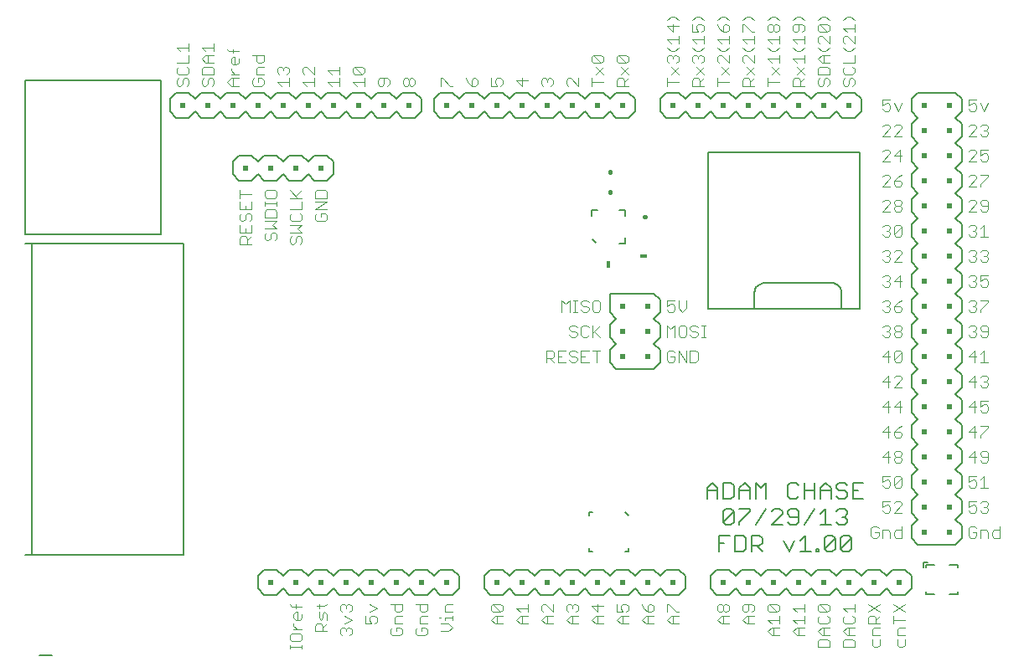
<source format=gto>
G75*
G70*
%OFA0B0*%
%FSLAX24Y24*%
%IPPOS*%
%LPD*%
%AMOC8*
5,1,8,0,0,1.08239X$1,22.5*
%
%ADD10C,0.0060*%
%ADD11C,0.0050*%
%ADD12C,0.0040*%
%ADD13R,0.0200X0.0200*%
%ADD14C,0.0030*%
%ADD15C,0.0080*%
%ADD16R,0.0160X0.0280*%
%ADD17R,0.0280X0.0160*%
%ADD18C,0.0160*%
D10*
X029232Y006430D02*
X029232Y006857D01*
X029446Y007071D01*
X029659Y006857D01*
X029659Y006430D01*
X029877Y006430D02*
X030197Y006430D01*
X030304Y006537D01*
X030304Y006964D01*
X030197Y007071D01*
X029877Y007071D01*
X029877Y006430D01*
X029984Y006021D02*
X030197Y006021D01*
X030304Y005914D01*
X029877Y005487D01*
X029984Y005380D01*
X030197Y005380D01*
X030304Y005487D01*
X030304Y005914D01*
X030521Y006021D02*
X030948Y006021D01*
X030948Y005914D01*
X030521Y005487D01*
X030521Y005380D01*
X030680Y004971D02*
X030360Y004971D01*
X030360Y004330D01*
X030680Y004330D01*
X030787Y004437D01*
X030787Y004864D01*
X030680Y004971D01*
X031005Y004971D02*
X031325Y004971D01*
X031432Y004864D01*
X031432Y004650D01*
X031325Y004544D01*
X031005Y004544D01*
X031218Y004544D02*
X031432Y004330D01*
X031005Y004330D02*
X031005Y004971D01*
X031166Y005380D02*
X031593Y006021D01*
X031810Y005914D02*
X031917Y006021D01*
X032131Y006021D01*
X032237Y005914D01*
X032237Y005807D01*
X031810Y005380D01*
X032237Y005380D01*
X032455Y005487D02*
X032562Y005380D01*
X032775Y005380D01*
X032882Y005487D01*
X032882Y005914D01*
X032775Y006021D01*
X032562Y006021D01*
X032455Y005914D01*
X032455Y005807D01*
X032562Y005700D01*
X032882Y005700D01*
X033100Y005380D02*
X033527Y006021D01*
X033744Y005807D02*
X033958Y006021D01*
X033958Y005380D01*
X034171Y005380D02*
X033744Y005380D01*
X034012Y004971D02*
X034226Y004971D01*
X034332Y004864D01*
X033905Y004437D01*
X034012Y004330D01*
X034226Y004330D01*
X034332Y004437D01*
X034332Y004864D01*
X034550Y004864D02*
X034657Y004971D01*
X034870Y004971D01*
X034977Y004864D01*
X034550Y004437D01*
X034657Y004330D01*
X034870Y004330D01*
X034977Y004437D01*
X034977Y004864D01*
X034550Y004864D02*
X034550Y004437D01*
X033905Y004437D02*
X033905Y004864D01*
X034012Y004971D01*
X034495Y005380D02*
X034389Y005487D01*
X034495Y005380D02*
X034709Y005380D01*
X034816Y005487D01*
X034816Y005594D01*
X034709Y005700D01*
X034602Y005700D01*
X034709Y005700D02*
X034816Y005807D01*
X034816Y005914D01*
X034709Y006021D01*
X034495Y006021D01*
X034389Y005914D01*
X034495Y006430D02*
X034389Y006537D01*
X034495Y006430D02*
X034709Y006430D01*
X034816Y006537D01*
X034816Y006644D01*
X034709Y006750D01*
X034495Y006750D01*
X034389Y006857D01*
X034389Y006964D01*
X034495Y007071D01*
X034709Y007071D01*
X034816Y006964D01*
X035033Y007071D02*
X035033Y006430D01*
X035460Y006430D01*
X035247Y006750D02*
X035033Y006750D01*
X035033Y007071D02*
X035460Y007071D01*
X034171Y006857D02*
X034171Y006430D01*
X033744Y006430D02*
X033744Y006857D01*
X033958Y007071D01*
X034171Y006857D01*
X034171Y006750D02*
X033744Y006750D01*
X033527Y006750D02*
X033100Y006750D01*
X032882Y006537D02*
X032775Y006430D01*
X032562Y006430D01*
X032455Y006537D01*
X032455Y006964D01*
X032562Y007071D01*
X032775Y007071D01*
X032882Y006964D01*
X033100Y007071D02*
X033100Y006430D01*
X033527Y006430D02*
X033527Y007071D01*
X031593Y007071D02*
X031593Y006430D01*
X031166Y006430D02*
X031166Y007071D01*
X031379Y006857D01*
X031593Y007071D01*
X030948Y006857D02*
X030948Y006430D01*
X030521Y006430D02*
X030521Y006857D01*
X030735Y007071D01*
X030948Y006857D01*
X030948Y006750D02*
X030521Y006750D01*
X029659Y006750D02*
X029232Y006750D01*
X029984Y006021D02*
X029877Y005914D01*
X029877Y005487D01*
X029716Y004971D02*
X030143Y004971D01*
X029716Y004971D02*
X029716Y004330D01*
X029716Y004650D02*
X029929Y004650D01*
X032294Y004757D02*
X032507Y004330D01*
X032721Y004757D01*
X032938Y004757D02*
X033152Y004971D01*
X033152Y004330D01*
X033365Y004330D02*
X032938Y004330D01*
X033583Y004330D02*
X033690Y004330D01*
X033690Y004437D01*
X033583Y004437D01*
X033583Y004330D01*
D11*
X033625Y003600D02*
X034125Y003600D01*
X034375Y003350D01*
X034625Y003600D01*
X035125Y003600D01*
X035375Y003350D01*
X035625Y003600D01*
X036125Y003600D01*
X036375Y003350D01*
X036625Y003600D01*
X037125Y003600D01*
X037375Y003350D01*
X037375Y002850D01*
X037125Y002600D01*
X036625Y002600D01*
X036375Y002850D01*
X036125Y002600D01*
X035625Y002600D01*
X035375Y002850D01*
X035125Y002600D01*
X034625Y002600D01*
X034375Y002850D01*
X034125Y002600D01*
X033625Y002600D01*
X033375Y002850D01*
X033125Y002600D01*
X032625Y002600D01*
X032375Y002850D01*
X032125Y002600D01*
X031625Y002600D01*
X031375Y002850D01*
X031125Y002600D01*
X030625Y002600D01*
X030375Y002850D01*
X030125Y002600D01*
X029625Y002600D01*
X029375Y002850D01*
X029375Y003350D01*
X029625Y003600D01*
X030125Y003600D01*
X030375Y003350D01*
X030625Y003600D01*
X031125Y003600D01*
X031375Y003350D01*
X031625Y003600D01*
X032125Y003600D01*
X032375Y003350D01*
X032625Y003600D01*
X033125Y003600D01*
X033375Y003350D01*
X033625Y003600D01*
X037375Y004850D02*
X037625Y004600D01*
X039125Y004600D01*
X039375Y004850D01*
X039375Y005350D01*
X039125Y005600D01*
X039375Y005850D01*
X039375Y006350D01*
X039125Y006600D01*
X039375Y006850D01*
X039375Y007350D01*
X039125Y007600D01*
X039375Y007850D01*
X039375Y008350D01*
X039125Y008600D01*
X039375Y008850D01*
X039375Y009350D01*
X039125Y009600D01*
X039375Y009850D01*
X039375Y010350D01*
X039125Y010600D01*
X039375Y010850D01*
X039375Y011350D01*
X039125Y011600D01*
X039375Y011850D01*
X039375Y012350D01*
X039125Y012600D01*
X039375Y012850D01*
X039375Y013350D01*
X039125Y013600D01*
X039375Y013850D01*
X039375Y014350D01*
X039125Y014600D01*
X039375Y014850D01*
X039375Y015350D01*
X039125Y015600D01*
X039375Y015850D01*
X039375Y016350D01*
X039125Y016600D01*
X039375Y016850D01*
X039375Y017350D01*
X039125Y017600D01*
X039375Y017850D01*
X039375Y018350D01*
X039125Y018600D01*
X039375Y018850D01*
X039375Y019350D01*
X039125Y019600D01*
X039375Y019850D01*
X039375Y020350D01*
X039125Y020600D01*
X039375Y020850D01*
X039375Y021350D01*
X039125Y021600D01*
X039375Y021850D01*
X039375Y022350D01*
X039125Y022600D01*
X037625Y022600D01*
X037375Y022350D01*
X037375Y021850D01*
X037625Y021600D01*
X037375Y021350D01*
X037375Y020850D01*
X037625Y020600D01*
X037375Y020350D01*
X037375Y019850D01*
X037625Y019600D01*
X037375Y019350D01*
X037375Y018850D01*
X037625Y018600D01*
X037375Y018350D01*
X037375Y017850D01*
X037625Y017600D01*
X037375Y017350D01*
X037375Y016850D01*
X037625Y016600D01*
X037375Y016350D01*
X037375Y015850D01*
X037625Y015600D01*
X037375Y015350D01*
X037375Y014850D01*
X037625Y014600D01*
X037375Y014350D01*
X037375Y013850D01*
X037625Y013600D01*
X037375Y013350D01*
X037375Y012850D01*
X037625Y012600D01*
X037375Y012350D01*
X037375Y011850D01*
X037625Y011600D01*
X037375Y011350D01*
X037375Y010850D01*
X037625Y010600D01*
X037375Y010350D01*
X037375Y009850D01*
X037625Y009600D01*
X037375Y009350D01*
X037375Y008850D01*
X037625Y008600D01*
X037375Y008350D01*
X037375Y007850D01*
X037625Y007600D01*
X037375Y007350D01*
X037375Y006850D01*
X037625Y006600D01*
X037375Y006350D01*
X037375Y005850D01*
X037625Y005600D01*
X037375Y005350D01*
X037375Y004850D01*
X037847Y003889D02*
X038024Y003889D01*
X037945Y003791D02*
X037945Y003692D01*
X037847Y003692D02*
X037847Y003889D01*
X037945Y003791D02*
X038280Y003791D01*
X038870Y003791D02*
X039205Y003791D01*
X039205Y003692D01*
X039205Y002708D02*
X039205Y002609D01*
X038870Y002609D01*
X038280Y002609D02*
X037945Y002609D01*
X037945Y002708D01*
X028375Y002850D02*
X028125Y002600D01*
X027625Y002600D01*
X027375Y002850D01*
X027125Y002600D01*
X026625Y002600D01*
X026375Y002850D01*
X026125Y002600D01*
X025625Y002600D01*
X025375Y002850D01*
X025125Y002600D01*
X024625Y002600D01*
X024375Y002850D01*
X024125Y002600D01*
X023625Y002600D01*
X023375Y002850D01*
X023125Y002600D01*
X022625Y002600D01*
X022375Y002850D01*
X022125Y002600D01*
X021625Y002600D01*
X021375Y002850D01*
X021125Y002600D01*
X020625Y002600D01*
X020375Y002850D01*
X020375Y003350D01*
X020625Y003600D01*
X021125Y003600D01*
X021375Y003350D01*
X021625Y003600D01*
X022125Y003600D01*
X022375Y003350D01*
X022625Y003600D01*
X023125Y003600D01*
X023375Y003350D01*
X023625Y003600D01*
X024125Y003600D01*
X024375Y003350D01*
X024625Y003600D01*
X025125Y003600D01*
X025375Y003350D01*
X025625Y003600D01*
X026125Y003600D01*
X026375Y003350D01*
X026625Y003600D01*
X027125Y003600D01*
X027375Y003350D01*
X027625Y003600D01*
X028125Y003600D01*
X028375Y003350D01*
X028375Y002850D01*
X019375Y002850D02*
X019125Y002600D01*
X018625Y002600D01*
X018375Y002850D01*
X018125Y002600D01*
X017625Y002600D01*
X017375Y002850D01*
X017125Y002600D01*
X016625Y002600D01*
X016375Y002850D01*
X016125Y002600D01*
X015625Y002600D01*
X015375Y002850D01*
X015125Y002600D01*
X014625Y002600D01*
X014375Y002850D01*
X014125Y002600D01*
X013625Y002600D01*
X013375Y002850D01*
X013125Y002600D01*
X012625Y002600D01*
X012375Y002850D01*
X012125Y002600D01*
X011625Y002600D01*
X011375Y002850D01*
X011375Y003350D01*
X011625Y003600D01*
X012125Y003600D01*
X012375Y003350D01*
X012625Y003600D01*
X013125Y003600D01*
X013375Y003350D01*
X013625Y003600D01*
X014125Y003600D01*
X014375Y003350D01*
X014625Y003600D01*
X015125Y003600D01*
X015375Y003350D01*
X015625Y003600D01*
X016125Y003600D01*
X016375Y003350D01*
X016625Y003600D01*
X017125Y003600D01*
X017375Y003350D01*
X017625Y003600D01*
X018125Y003600D01*
X018375Y003350D01*
X018625Y003600D01*
X019125Y003600D01*
X019375Y003350D01*
X019375Y002850D01*
X008425Y004200D02*
X002125Y004200D01*
X002375Y004200D02*
X002375Y016600D01*
X002125Y016600D02*
X008425Y016600D01*
X008425Y004200D01*
X025375Y011850D02*
X025625Y011600D01*
X027125Y011600D01*
X027375Y011850D01*
X027375Y012350D01*
X027125Y012600D01*
X027375Y012850D01*
X027375Y013350D01*
X027125Y013600D01*
X027375Y013850D01*
X027375Y014350D01*
X027125Y014600D01*
X025375Y014600D01*
X025375Y013850D01*
X025625Y013600D01*
X025375Y013350D01*
X025375Y012850D01*
X025625Y012600D01*
X025375Y012350D01*
X025375Y011850D01*
X029276Y013993D02*
X029276Y020213D01*
X035300Y020213D01*
X035300Y013993D01*
X029276Y013993D01*
X031127Y013993D02*
X031127Y014623D01*
X031126Y014623D02*
X031128Y014662D01*
X031134Y014700D01*
X031143Y014737D01*
X031156Y014774D01*
X031173Y014809D01*
X031192Y014842D01*
X031215Y014873D01*
X031241Y014902D01*
X031270Y014928D01*
X031301Y014951D01*
X031334Y014970D01*
X031369Y014987D01*
X031406Y015000D01*
X031443Y015009D01*
X031481Y015015D01*
X031520Y015017D01*
X034197Y015017D01*
X034236Y015015D01*
X034274Y015009D01*
X034311Y015000D01*
X034348Y014987D01*
X034383Y014970D01*
X034416Y014951D01*
X034447Y014928D01*
X034476Y014902D01*
X034502Y014873D01*
X034525Y014842D01*
X034544Y014809D01*
X034561Y014774D01*
X034574Y014737D01*
X034583Y014700D01*
X034589Y014662D01*
X034591Y014623D01*
X034591Y013993D01*
X034625Y021600D02*
X034375Y021850D01*
X034125Y021600D01*
X033625Y021600D01*
X033375Y021850D01*
X033125Y021600D01*
X032625Y021600D01*
X032375Y021850D01*
X032125Y021600D01*
X031625Y021600D01*
X031375Y021850D01*
X031125Y021600D01*
X030625Y021600D01*
X030375Y021850D01*
X030125Y021600D01*
X029625Y021600D01*
X029375Y021850D01*
X029125Y021600D01*
X028625Y021600D01*
X028375Y021850D01*
X028125Y021600D01*
X027625Y021600D01*
X027375Y021850D01*
X027375Y022350D01*
X027625Y022600D01*
X028125Y022600D01*
X028375Y022350D01*
X028625Y022600D01*
X029125Y022600D01*
X029375Y022350D01*
X029625Y022600D01*
X030125Y022600D01*
X030375Y022350D01*
X030625Y022600D01*
X031125Y022600D01*
X031375Y022350D01*
X031625Y022600D01*
X032125Y022600D01*
X032375Y022350D01*
X032625Y022600D01*
X033125Y022600D01*
X033375Y022350D01*
X033625Y022600D01*
X034125Y022600D01*
X034375Y022350D01*
X034625Y022600D01*
X035125Y022600D01*
X035375Y022350D01*
X035375Y021850D01*
X035125Y021600D01*
X034625Y021600D01*
X026375Y021850D02*
X026125Y021600D01*
X025625Y021600D01*
X025375Y021850D01*
X025125Y021600D01*
X024625Y021600D01*
X024375Y021850D01*
X024125Y021600D01*
X023625Y021600D01*
X023375Y021850D01*
X023125Y021600D01*
X022625Y021600D01*
X022375Y021850D01*
X022125Y021600D01*
X021625Y021600D01*
X021375Y021850D01*
X021125Y021600D01*
X020625Y021600D01*
X020375Y021850D01*
X020125Y021600D01*
X019625Y021600D01*
X019375Y021850D01*
X019125Y021600D01*
X018625Y021600D01*
X018375Y021850D01*
X018375Y022350D01*
X018625Y022600D01*
X019125Y022600D01*
X019375Y022350D01*
X019625Y022600D01*
X020125Y022600D01*
X020375Y022350D01*
X020625Y022600D01*
X021125Y022600D01*
X021375Y022350D01*
X021625Y022600D01*
X022125Y022600D01*
X022375Y022350D01*
X022625Y022600D01*
X023125Y022600D01*
X023375Y022350D01*
X023625Y022600D01*
X024125Y022600D01*
X024375Y022350D01*
X024625Y022600D01*
X025125Y022600D01*
X025375Y022350D01*
X025625Y022600D01*
X026125Y022600D01*
X026375Y022350D01*
X026375Y021850D01*
X017875Y021850D02*
X017625Y021600D01*
X017125Y021600D01*
X016875Y021850D01*
X016625Y021600D01*
X016125Y021600D01*
X015875Y021850D01*
X015625Y021600D01*
X015125Y021600D01*
X014875Y021850D01*
X014625Y021600D01*
X014125Y021600D01*
X013875Y021850D01*
X013625Y021600D01*
X013125Y021600D01*
X012875Y021850D01*
X012625Y021600D01*
X012125Y021600D01*
X011875Y021850D01*
X011625Y021600D01*
X011125Y021600D01*
X010875Y021850D01*
X010625Y021600D01*
X010125Y021600D01*
X009875Y021850D01*
X009625Y021600D01*
X009125Y021600D01*
X008875Y021850D01*
X008625Y021600D01*
X008125Y021600D01*
X007875Y021850D01*
X007875Y022350D01*
X008125Y022600D01*
X008625Y022600D01*
X008875Y022350D01*
X009125Y022600D01*
X009625Y022600D01*
X009875Y022350D01*
X010125Y022600D01*
X010625Y022600D01*
X010875Y022350D01*
X011125Y022600D01*
X011625Y022600D01*
X011875Y022350D01*
X012125Y022600D01*
X012625Y022600D01*
X012875Y022350D01*
X013125Y022600D01*
X013625Y022600D01*
X013875Y022350D01*
X014125Y022600D01*
X014625Y022600D01*
X014875Y022350D01*
X015125Y022600D01*
X015625Y022600D01*
X015875Y022350D01*
X016125Y022600D01*
X016625Y022600D01*
X016875Y022350D01*
X017125Y022600D01*
X017625Y022600D01*
X017875Y022350D01*
X017875Y021850D01*
X014375Y019850D02*
X014125Y020100D01*
X013625Y020100D01*
X013375Y019850D01*
X013125Y020100D01*
X012625Y020100D01*
X012375Y019850D01*
X012125Y020100D01*
X011625Y020100D01*
X011375Y019850D01*
X011125Y020100D01*
X010625Y020100D01*
X010375Y019850D01*
X010375Y019350D01*
X010625Y019100D01*
X011125Y019100D01*
X011375Y019350D01*
X011625Y019100D01*
X012125Y019100D01*
X012375Y019350D01*
X012625Y019100D01*
X013125Y019100D01*
X013375Y019350D01*
X013625Y019100D01*
X014125Y019100D01*
X014375Y019350D01*
X014375Y019850D01*
D12*
X014298Y022870D02*
X014145Y023023D01*
X014605Y023023D01*
X014605Y022870D02*
X014605Y023177D01*
X014605Y023330D02*
X014605Y023637D01*
X014605Y023484D02*
X014145Y023484D01*
X014298Y023330D01*
X013605Y023330D02*
X013298Y023637D01*
X013221Y023637D01*
X013145Y023561D01*
X013145Y023407D01*
X013221Y023330D01*
X013145Y023023D02*
X013605Y023023D01*
X013605Y022870D02*
X013605Y023177D01*
X013605Y023330D02*
X013605Y023637D01*
X013145Y023023D02*
X013298Y022870D01*
X012605Y022870D02*
X012605Y023177D01*
X012605Y023023D02*
X012145Y023023D01*
X012298Y022870D01*
X011605Y022947D02*
X011605Y023100D01*
X011528Y023177D01*
X011375Y023177D01*
X011375Y023023D01*
X011528Y022870D02*
X011605Y022947D01*
X011528Y022870D02*
X011221Y022870D01*
X011145Y022947D01*
X011145Y023100D01*
X011221Y023177D01*
X011298Y023330D02*
X011298Y023561D01*
X011375Y023637D01*
X011605Y023637D01*
X011528Y023791D02*
X011605Y023868D01*
X011605Y024098D01*
X011145Y024098D01*
X011298Y024098D02*
X011298Y023868D01*
X011375Y023791D01*
X011528Y023791D01*
X011605Y023330D02*
X011298Y023330D01*
X010605Y023330D02*
X010298Y023330D01*
X010298Y023177D02*
X010605Y023177D01*
X010452Y023330D02*
X010298Y023484D01*
X010298Y023561D01*
X010375Y023714D02*
X010298Y023791D01*
X010298Y023944D01*
X010375Y024021D01*
X010452Y024021D01*
X010452Y023714D01*
X010528Y023714D02*
X010375Y023714D01*
X010528Y023714D02*
X010605Y023791D01*
X010605Y023944D01*
X010605Y024251D02*
X010221Y024251D01*
X010145Y024328D01*
X010375Y024328D02*
X010375Y024174D01*
X010375Y023177D02*
X010375Y022870D01*
X010298Y022870D02*
X010605Y022870D01*
X010298Y022870D02*
X010145Y023023D01*
X010298Y023177D01*
X012145Y023407D02*
X012145Y023561D01*
X012221Y023637D01*
X012298Y023637D01*
X012375Y023561D01*
X012452Y023637D01*
X012528Y023637D01*
X012605Y023561D01*
X012605Y023407D01*
X012528Y023330D01*
X012375Y023484D02*
X012375Y023561D01*
X012145Y023407D02*
X012221Y023330D01*
X015145Y023407D02*
X015145Y023561D01*
X015221Y023637D01*
X015528Y023330D01*
X015605Y023407D01*
X015605Y023561D01*
X015528Y023637D01*
X015221Y023637D01*
X015145Y023407D02*
X015221Y023330D01*
X015528Y023330D01*
X015605Y023177D02*
X015605Y022870D01*
X015605Y023023D02*
X015145Y023023D01*
X015298Y022870D01*
X016145Y022947D02*
X016221Y022870D01*
X016298Y022870D01*
X016375Y022947D01*
X016375Y023177D01*
X016528Y023177D02*
X016221Y023177D01*
X016145Y023100D01*
X016145Y022947D01*
X016528Y022870D02*
X016605Y022947D01*
X016605Y023100D01*
X016528Y023177D01*
X017145Y023100D02*
X017145Y022947D01*
X017221Y022870D01*
X017298Y022870D01*
X017375Y022947D01*
X017375Y023100D01*
X017452Y023177D01*
X017528Y023177D01*
X017605Y023100D01*
X017605Y022947D01*
X017528Y022870D01*
X017452Y022870D01*
X017375Y022947D01*
X017375Y023100D02*
X017298Y023177D01*
X017221Y023177D01*
X017145Y023100D01*
X018645Y023177D02*
X018645Y022870D01*
X018645Y023177D02*
X018721Y023177D01*
X019028Y022870D01*
X019105Y022870D01*
X019645Y023177D02*
X019721Y023023D01*
X019875Y022870D01*
X019875Y023100D01*
X019952Y023177D01*
X020028Y023177D01*
X020105Y023100D01*
X020105Y022947D01*
X020028Y022870D01*
X019875Y022870D01*
X020645Y022870D02*
X020645Y023177D01*
X020798Y023100D02*
X020875Y023177D01*
X021028Y023177D01*
X021105Y023100D01*
X021105Y022947D01*
X021028Y022870D01*
X020875Y022870D02*
X020798Y023023D01*
X020798Y023100D01*
X020875Y022870D02*
X020645Y022870D01*
X021645Y023100D02*
X021875Y022870D01*
X021875Y023177D01*
X022105Y023100D02*
X021645Y023100D01*
X022645Y023100D02*
X022645Y022947D01*
X022721Y022870D01*
X022875Y023023D02*
X022875Y023100D01*
X022952Y023177D01*
X023028Y023177D01*
X023105Y023100D01*
X023105Y022947D01*
X023028Y022870D01*
X022875Y023100D02*
X022798Y023177D01*
X022721Y023177D01*
X022645Y023100D01*
X023645Y023100D02*
X023645Y022947D01*
X023721Y022870D01*
X023645Y023100D02*
X023721Y023177D01*
X023798Y023177D01*
X024105Y022870D01*
X024105Y023177D01*
X024645Y023177D02*
X024645Y022870D01*
X024645Y023023D02*
X025105Y023023D01*
X025105Y023330D02*
X024798Y023637D01*
X024721Y023791D02*
X024645Y023868D01*
X024645Y024021D01*
X024721Y024098D01*
X025028Y023791D01*
X025105Y023868D01*
X025105Y024021D01*
X025028Y024098D01*
X024721Y024098D01*
X024721Y023791D02*
X025028Y023791D01*
X025105Y023637D02*
X024798Y023330D01*
X025645Y023100D02*
X025645Y022870D01*
X026105Y022870D01*
X025952Y022870D02*
X025952Y023100D01*
X025875Y023177D01*
X025721Y023177D01*
X025645Y023100D01*
X025798Y023330D02*
X026105Y023637D01*
X026028Y023791D02*
X026105Y023868D01*
X026105Y024021D01*
X026028Y024098D01*
X025721Y024098D01*
X026028Y023791D01*
X025721Y023791D01*
X025645Y023868D01*
X025645Y024021D01*
X025721Y024098D01*
X025798Y023637D02*
X026105Y023330D01*
X026105Y023177D02*
X025952Y023023D01*
X027645Y023023D02*
X028105Y023023D01*
X028105Y023330D02*
X027798Y023637D01*
X027721Y023791D02*
X027645Y023868D01*
X027645Y024021D01*
X027721Y024098D01*
X027798Y024098D01*
X027875Y024021D01*
X027952Y024098D01*
X028028Y024098D01*
X028105Y024021D01*
X028105Y023868D01*
X028028Y023791D01*
X028105Y023637D02*
X027798Y023330D01*
X027645Y023177D02*
X027645Y022870D01*
X028645Y022870D02*
X028645Y023100D01*
X028721Y023177D01*
X028875Y023177D01*
X028952Y023100D01*
X028952Y022870D01*
X029105Y022870D02*
X028645Y022870D01*
X028952Y023023D02*
X029105Y023177D01*
X029105Y023330D02*
X028798Y023637D01*
X028721Y023791D02*
X028645Y023868D01*
X028645Y024021D01*
X028721Y024098D01*
X028798Y024098D01*
X028875Y024021D01*
X028952Y024098D01*
X029028Y024098D01*
X029105Y024021D01*
X029105Y023868D01*
X029028Y023791D01*
X029105Y023637D02*
X028798Y023330D01*
X028875Y023944D02*
X028875Y024021D01*
X028952Y024251D02*
X028798Y024251D01*
X028645Y024405D01*
X028798Y024558D02*
X028645Y024712D01*
X029105Y024712D01*
X029105Y024865D02*
X029105Y024558D01*
X029105Y024405D02*
X028952Y024251D01*
X029645Y024405D02*
X029798Y024251D01*
X029952Y024251D01*
X030105Y024405D01*
X030105Y024558D02*
X030105Y024865D01*
X030105Y024712D02*
X029645Y024712D01*
X029798Y024558D01*
X029798Y024098D02*
X029721Y024098D01*
X029645Y024021D01*
X029645Y023868D01*
X029721Y023791D01*
X029798Y023637D02*
X030105Y023330D01*
X030105Y023023D02*
X029645Y023023D01*
X029645Y022870D02*
X029645Y023177D01*
X029798Y023330D02*
X030105Y023637D01*
X030105Y023791D02*
X029798Y024098D01*
X030105Y024098D02*
X030105Y023791D01*
X030645Y023868D02*
X030721Y023791D01*
X030645Y023868D02*
X030645Y024021D01*
X030721Y024098D01*
X030798Y024098D01*
X031105Y023791D01*
X031105Y024098D01*
X030952Y024251D02*
X031105Y024405D01*
X031105Y024558D02*
X031105Y024865D01*
X031105Y024712D02*
X030645Y024712D01*
X030798Y024558D01*
X030645Y024405D02*
X030798Y024251D01*
X030952Y024251D01*
X031105Y023637D02*
X030798Y023330D01*
X030721Y023177D02*
X030875Y023177D01*
X030952Y023100D01*
X030952Y022870D01*
X031105Y022870D02*
X030645Y022870D01*
X030645Y023100D01*
X030721Y023177D01*
X030952Y023023D02*
X031105Y023177D01*
X031105Y023330D02*
X030798Y023637D01*
X031645Y023944D02*
X031798Y023791D01*
X031798Y023637D02*
X032105Y023330D01*
X032105Y023023D02*
X031645Y023023D01*
X031645Y022870D02*
X031645Y023177D01*
X031798Y023330D02*
X032105Y023637D01*
X032105Y023791D02*
X032105Y024098D01*
X032105Y023944D02*
X031645Y023944D01*
X031798Y024251D02*
X031645Y024405D01*
X031798Y024558D02*
X031645Y024712D01*
X032105Y024712D01*
X032105Y024865D02*
X032105Y024558D01*
X032105Y024405D02*
X031952Y024251D01*
X031798Y024251D01*
X032645Y024405D02*
X032798Y024251D01*
X032952Y024251D01*
X033105Y024405D01*
X033105Y024558D02*
X033105Y024865D01*
X033105Y024712D02*
X032645Y024712D01*
X032798Y024558D01*
X033105Y024098D02*
X033105Y023791D01*
X033105Y023944D02*
X032645Y023944D01*
X032798Y023791D01*
X032798Y023637D02*
X033105Y023330D01*
X033105Y023177D02*
X032952Y023023D01*
X032952Y023100D02*
X032952Y022870D01*
X033105Y022870D02*
X032645Y022870D01*
X032645Y023100D01*
X032721Y023177D01*
X032875Y023177D01*
X032952Y023100D01*
X032798Y023330D02*
X033105Y023637D01*
X033645Y023561D02*
X033645Y023330D01*
X034105Y023330D01*
X034105Y023561D01*
X034028Y023637D01*
X033721Y023637D01*
X033645Y023561D01*
X033798Y023791D02*
X033645Y023944D01*
X033798Y024098D01*
X034105Y024098D01*
X033952Y024251D02*
X033798Y024251D01*
X033645Y024405D01*
X033721Y024558D02*
X033645Y024635D01*
X033645Y024788D01*
X033721Y024865D01*
X033798Y024865D01*
X034105Y024558D01*
X034105Y024865D01*
X034028Y025018D02*
X033721Y025325D01*
X034028Y025325D01*
X034105Y025249D01*
X034105Y025095D01*
X034028Y025018D01*
X033721Y025018D01*
X033645Y025095D01*
X033645Y025249D01*
X033721Y025325D01*
X033645Y025479D02*
X033798Y025632D01*
X033952Y025632D01*
X034105Y025479D01*
X034645Y025479D02*
X034798Y025632D01*
X034952Y025632D01*
X035105Y025479D01*
X035105Y025325D02*
X035105Y025018D01*
X035105Y024865D02*
X035105Y024558D01*
X034798Y024865D01*
X034721Y024865D01*
X034645Y024788D01*
X034645Y024635D01*
X034721Y024558D01*
X034645Y024405D02*
X034798Y024251D01*
X034952Y024251D01*
X035105Y024405D01*
X035105Y024098D02*
X035105Y023791D01*
X034645Y023791D01*
X034721Y023637D02*
X034645Y023561D01*
X034645Y023407D01*
X034721Y023330D01*
X035028Y023330D01*
X035105Y023407D01*
X035105Y023561D01*
X035028Y023637D01*
X035028Y023177D02*
X035105Y023100D01*
X035105Y022947D01*
X035028Y022870D01*
X034875Y022947D02*
X034875Y023100D01*
X034952Y023177D01*
X035028Y023177D01*
X034875Y022947D02*
X034798Y022870D01*
X034721Y022870D01*
X034645Y022947D01*
X034645Y023100D01*
X034721Y023177D01*
X034105Y023100D02*
X034105Y022947D01*
X034028Y022870D01*
X033875Y022947D02*
X033875Y023100D01*
X033952Y023177D01*
X034028Y023177D01*
X034105Y023100D01*
X033875Y022947D02*
X033798Y022870D01*
X033721Y022870D01*
X033645Y022947D01*
X033645Y023100D01*
X033721Y023177D01*
X033798Y023791D02*
X034105Y023791D01*
X033875Y023791D02*
X033875Y024098D01*
X033952Y024251D02*
X034105Y024405D01*
X034798Y025018D02*
X034645Y025172D01*
X035105Y025172D01*
X033105Y025249D02*
X033028Y025325D01*
X032721Y025325D01*
X032645Y025249D01*
X032645Y025095D01*
X032721Y025018D01*
X032798Y025018D01*
X032875Y025095D01*
X032875Y025325D01*
X033105Y025249D02*
X033105Y025095D01*
X033028Y025018D01*
X033105Y025479D02*
X032952Y025632D01*
X032798Y025632D01*
X032645Y025479D01*
X032105Y025479D02*
X031952Y025632D01*
X031798Y025632D01*
X031645Y025479D01*
X031721Y025325D02*
X031798Y025325D01*
X031875Y025249D01*
X031875Y025095D01*
X031798Y025018D01*
X031721Y025018D01*
X031645Y025095D01*
X031645Y025249D01*
X031721Y025325D01*
X031875Y025249D02*
X031952Y025325D01*
X032028Y025325D01*
X032105Y025249D01*
X032105Y025095D01*
X032028Y025018D01*
X031952Y025018D01*
X031875Y025095D01*
X031105Y025018D02*
X031028Y025018D01*
X030721Y025325D01*
X030645Y025325D01*
X030645Y025018D01*
X030645Y025479D02*
X030798Y025632D01*
X030952Y025632D01*
X031105Y025479D01*
X030105Y025479D02*
X029952Y025632D01*
X029798Y025632D01*
X029645Y025479D01*
X029645Y025325D02*
X029721Y025172D01*
X029875Y025018D01*
X029875Y025249D01*
X029952Y025325D01*
X030028Y025325D01*
X030105Y025249D01*
X030105Y025095D01*
X030028Y025018D01*
X029875Y025018D01*
X029105Y025095D02*
X029028Y025018D01*
X029105Y025095D02*
X029105Y025249D01*
X029028Y025325D01*
X028875Y025325D01*
X028798Y025249D01*
X028798Y025172D01*
X028875Y025018D01*
X028645Y025018D01*
X028645Y025325D01*
X028645Y025479D02*
X028798Y025632D01*
X028952Y025632D01*
X029105Y025479D01*
X028105Y025479D02*
X027952Y025632D01*
X027798Y025632D01*
X027645Y025479D01*
X027645Y025249D02*
X027875Y025018D01*
X027875Y025325D01*
X028105Y025249D02*
X027645Y025249D01*
X028105Y024865D02*
X028105Y024558D01*
X028105Y024405D02*
X027952Y024251D01*
X027798Y024251D01*
X027645Y024405D01*
X027798Y024558D02*
X027645Y024712D01*
X028105Y024712D01*
X027875Y024021D02*
X027875Y023944D01*
X036224Y022330D02*
X036224Y022100D01*
X036378Y022177D01*
X036454Y022177D01*
X036531Y022100D01*
X036531Y021947D01*
X036454Y021870D01*
X036301Y021870D01*
X036224Y021947D01*
X036685Y022177D02*
X036838Y021870D01*
X036992Y022177D01*
X036531Y022330D02*
X036224Y022330D01*
X036301Y021330D02*
X036224Y021254D01*
X036301Y021330D02*
X036454Y021330D01*
X036531Y021254D01*
X036531Y021177D01*
X036224Y020870D01*
X036531Y020870D01*
X036685Y020870D02*
X036992Y021177D01*
X036992Y021254D01*
X036915Y021330D01*
X036761Y021330D01*
X036685Y021254D01*
X036685Y020870D02*
X036992Y020870D01*
X036915Y020330D02*
X036685Y020100D01*
X036992Y020100D01*
X036915Y019870D02*
X036915Y020330D01*
X036531Y020254D02*
X036454Y020330D01*
X036301Y020330D01*
X036224Y020254D01*
X036531Y020254D02*
X036531Y020177D01*
X036224Y019870D01*
X036531Y019870D01*
X036454Y019330D02*
X036301Y019330D01*
X036224Y019254D01*
X036454Y019330D02*
X036531Y019254D01*
X036531Y019177D01*
X036224Y018870D01*
X036531Y018870D01*
X036685Y018947D02*
X036761Y018870D01*
X036915Y018870D01*
X036992Y018947D01*
X036992Y019023D01*
X036915Y019100D01*
X036685Y019100D01*
X036685Y018947D01*
X036685Y019100D02*
X036838Y019254D01*
X036992Y019330D01*
X036915Y018330D02*
X036761Y018330D01*
X036685Y018254D01*
X036685Y018177D01*
X036761Y018100D01*
X036915Y018100D01*
X036992Y018023D01*
X036992Y017947D01*
X036915Y017870D01*
X036761Y017870D01*
X036685Y017947D01*
X036685Y018023D01*
X036761Y018100D01*
X036915Y018100D02*
X036992Y018177D01*
X036992Y018254D01*
X036915Y018330D01*
X036531Y018254D02*
X036454Y018330D01*
X036301Y018330D01*
X036224Y018254D01*
X036531Y018254D02*
X036531Y018177D01*
X036224Y017870D01*
X036531Y017870D01*
X036454Y017330D02*
X036301Y017330D01*
X036224Y017254D01*
X036378Y017100D02*
X036454Y017100D01*
X036531Y017023D01*
X036531Y016947D01*
X036454Y016870D01*
X036301Y016870D01*
X036224Y016947D01*
X036454Y017100D02*
X036531Y017177D01*
X036531Y017254D01*
X036454Y017330D01*
X036685Y017254D02*
X036761Y017330D01*
X036915Y017330D01*
X036992Y017254D01*
X036685Y016947D01*
X036761Y016870D01*
X036915Y016870D01*
X036992Y016947D01*
X036992Y017254D01*
X036685Y017254D02*
X036685Y016947D01*
X036761Y016330D02*
X036685Y016254D01*
X036761Y016330D02*
X036915Y016330D01*
X036992Y016254D01*
X036992Y016177D01*
X036685Y015870D01*
X036992Y015870D01*
X036531Y015947D02*
X036454Y015870D01*
X036301Y015870D01*
X036224Y015947D01*
X036378Y016100D02*
X036454Y016100D01*
X036531Y016023D01*
X036531Y015947D01*
X036454Y016100D02*
X036531Y016177D01*
X036531Y016254D01*
X036454Y016330D01*
X036301Y016330D01*
X036224Y016254D01*
X036301Y015330D02*
X036454Y015330D01*
X036531Y015254D01*
X036531Y015177D01*
X036454Y015100D01*
X036531Y015023D01*
X036531Y014947D01*
X036454Y014870D01*
X036301Y014870D01*
X036224Y014947D01*
X036378Y015100D02*
X036454Y015100D01*
X036685Y015100D02*
X036992Y015100D01*
X036915Y014870D02*
X036915Y015330D01*
X036685Y015100D01*
X036301Y015330D02*
X036224Y015254D01*
X036301Y014330D02*
X036454Y014330D01*
X036531Y014254D01*
X036531Y014177D01*
X036454Y014100D01*
X036531Y014023D01*
X036531Y013947D01*
X036454Y013870D01*
X036301Y013870D01*
X036224Y013947D01*
X036378Y014100D02*
X036454Y014100D01*
X036685Y014100D02*
X036915Y014100D01*
X036992Y014023D01*
X036992Y013947D01*
X036915Y013870D01*
X036761Y013870D01*
X036685Y013947D01*
X036685Y014100D01*
X036838Y014254D01*
X036992Y014330D01*
X036301Y014330D02*
X036224Y014254D01*
X036301Y013330D02*
X036454Y013330D01*
X036531Y013254D01*
X036531Y013177D01*
X036454Y013100D01*
X036531Y013023D01*
X036531Y012947D01*
X036454Y012870D01*
X036301Y012870D01*
X036224Y012947D01*
X036378Y013100D02*
X036454Y013100D01*
X036685Y013023D02*
X036761Y013100D01*
X036915Y013100D01*
X036992Y013023D01*
X036992Y012947D01*
X036915Y012870D01*
X036761Y012870D01*
X036685Y012947D01*
X036685Y013023D01*
X036761Y013100D02*
X036685Y013177D01*
X036685Y013254D01*
X036761Y013330D01*
X036915Y013330D01*
X036992Y013254D01*
X036992Y013177D01*
X036915Y013100D01*
X036301Y013330D02*
X036224Y013254D01*
X036454Y012330D02*
X036224Y012100D01*
X036531Y012100D01*
X036685Y011947D02*
X036992Y012254D01*
X036992Y011947D01*
X036915Y011870D01*
X036761Y011870D01*
X036685Y011947D01*
X036685Y012254D01*
X036761Y012330D01*
X036915Y012330D01*
X036992Y012254D01*
X036454Y012330D02*
X036454Y011870D01*
X036454Y011330D02*
X036224Y011100D01*
X036531Y011100D01*
X036685Y011254D02*
X036761Y011330D01*
X036915Y011330D01*
X036992Y011254D01*
X036992Y011177D01*
X036685Y010870D01*
X036992Y010870D01*
X036454Y010870D02*
X036454Y011330D01*
X036454Y010330D02*
X036224Y010100D01*
X036531Y010100D01*
X036685Y010100D02*
X036992Y010100D01*
X036915Y009870D02*
X036915Y010330D01*
X036685Y010100D01*
X036454Y009870D02*
X036454Y010330D01*
X036454Y009330D02*
X036224Y009100D01*
X036531Y009100D01*
X036685Y009100D02*
X036915Y009100D01*
X036992Y009023D01*
X036992Y008947D01*
X036915Y008870D01*
X036761Y008870D01*
X036685Y008947D01*
X036685Y009100D01*
X036838Y009254D01*
X036992Y009330D01*
X036454Y009330D02*
X036454Y008870D01*
X036454Y008330D02*
X036224Y008100D01*
X036531Y008100D01*
X036685Y008023D02*
X036761Y008100D01*
X036915Y008100D01*
X036992Y008023D01*
X036992Y007947D01*
X036915Y007870D01*
X036761Y007870D01*
X036685Y007947D01*
X036685Y008023D01*
X036761Y008100D02*
X036685Y008177D01*
X036685Y008254D01*
X036761Y008330D01*
X036915Y008330D01*
X036992Y008254D01*
X036992Y008177D01*
X036915Y008100D01*
X036454Y007870D02*
X036454Y008330D01*
X036531Y007330D02*
X036224Y007330D01*
X036224Y007100D01*
X036378Y007177D01*
X036454Y007177D01*
X036531Y007100D01*
X036531Y006947D01*
X036454Y006870D01*
X036301Y006870D01*
X036224Y006947D01*
X036685Y006947D02*
X036992Y007254D01*
X036992Y006947D01*
X036915Y006870D01*
X036761Y006870D01*
X036685Y006947D01*
X036685Y007254D01*
X036761Y007330D01*
X036915Y007330D01*
X036992Y007254D01*
X036915Y006330D02*
X036761Y006330D01*
X036685Y006254D01*
X036531Y006330D02*
X036224Y006330D01*
X036224Y006100D01*
X036378Y006177D01*
X036454Y006177D01*
X036531Y006100D01*
X036531Y005947D01*
X036454Y005870D01*
X036301Y005870D01*
X036224Y005947D01*
X036685Y005870D02*
X036992Y006177D01*
X036992Y006254D01*
X036915Y006330D01*
X036992Y005870D02*
X036685Y005870D01*
X036992Y005330D02*
X036992Y004870D01*
X036761Y004870D01*
X036685Y004947D01*
X036685Y005100D01*
X036761Y005177D01*
X036992Y005177D01*
X036531Y005100D02*
X036531Y004870D01*
X036531Y005100D02*
X036454Y005177D01*
X036224Y005177D01*
X036224Y004870D01*
X036071Y004947D02*
X035994Y004870D01*
X035841Y004870D01*
X035764Y004947D01*
X035764Y005254D01*
X035841Y005330D01*
X035994Y005330D01*
X036071Y005254D01*
X036071Y005100D02*
X035917Y005100D01*
X036071Y005100D02*
X036071Y004947D01*
X039645Y004947D02*
X039722Y004870D01*
X039875Y004870D01*
X039952Y004947D01*
X039952Y005100D01*
X039798Y005100D01*
X039645Y004947D02*
X039645Y005254D01*
X039722Y005330D01*
X039875Y005330D01*
X039952Y005254D01*
X040105Y005177D02*
X040336Y005177D01*
X040412Y005100D01*
X040412Y004870D01*
X040566Y004947D02*
X040566Y005100D01*
X040643Y005177D01*
X040873Y005177D01*
X040873Y005330D02*
X040873Y004870D01*
X040643Y004870D01*
X040566Y004947D01*
X040105Y004870D02*
X040105Y005177D01*
X040182Y005870D02*
X040105Y005947D01*
X040182Y005870D02*
X040336Y005870D01*
X040412Y005947D01*
X040412Y006023D01*
X040336Y006100D01*
X040259Y006100D01*
X040336Y006100D02*
X040412Y006177D01*
X040412Y006254D01*
X040336Y006330D01*
X040182Y006330D01*
X040105Y006254D01*
X039952Y006330D02*
X039645Y006330D01*
X039645Y006100D01*
X039798Y006177D01*
X039875Y006177D01*
X039952Y006100D01*
X039952Y005947D01*
X039875Y005870D01*
X039722Y005870D01*
X039645Y005947D01*
X039722Y006870D02*
X039645Y006947D01*
X039722Y006870D02*
X039875Y006870D01*
X039952Y006947D01*
X039952Y007100D01*
X039875Y007177D01*
X039798Y007177D01*
X039645Y007100D01*
X039645Y007330D01*
X039952Y007330D01*
X040105Y007177D02*
X040259Y007330D01*
X040259Y006870D01*
X040412Y006870D02*
X040105Y006870D01*
X040182Y007870D02*
X040336Y007870D01*
X040412Y007947D01*
X040412Y008254D01*
X040336Y008330D01*
X040182Y008330D01*
X040105Y008254D01*
X040105Y008177D01*
X040182Y008100D01*
X040412Y008100D01*
X040182Y007870D02*
X040105Y007947D01*
X039952Y008100D02*
X039645Y008100D01*
X039875Y008330D01*
X039875Y007870D01*
X039875Y008870D02*
X039875Y009330D01*
X039645Y009100D01*
X039952Y009100D01*
X040105Y008947D02*
X040105Y008870D01*
X040105Y008947D02*
X040412Y009254D01*
X040412Y009330D01*
X040105Y009330D01*
X040182Y009870D02*
X040105Y009947D01*
X040182Y009870D02*
X040336Y009870D01*
X040412Y009947D01*
X040412Y010100D01*
X040336Y010177D01*
X040259Y010177D01*
X040105Y010100D01*
X040105Y010330D01*
X040412Y010330D01*
X039952Y010100D02*
X039645Y010100D01*
X039875Y010330D01*
X039875Y009870D01*
X039875Y010870D02*
X039875Y011330D01*
X039645Y011100D01*
X039952Y011100D01*
X040105Y010947D02*
X040182Y010870D01*
X040336Y010870D01*
X040412Y010947D01*
X040412Y011023D01*
X040336Y011100D01*
X040259Y011100D01*
X040336Y011100D02*
X040412Y011177D01*
X040412Y011254D01*
X040336Y011330D01*
X040182Y011330D01*
X040105Y011254D01*
X040105Y011870D02*
X040412Y011870D01*
X040259Y011870D02*
X040259Y012330D01*
X040105Y012177D01*
X039952Y012100D02*
X039645Y012100D01*
X039875Y012330D01*
X039875Y011870D01*
X039875Y012870D02*
X039722Y012870D01*
X039645Y012947D01*
X039798Y013100D02*
X039875Y013100D01*
X039952Y013023D01*
X039952Y012947D01*
X039875Y012870D01*
X039875Y013100D02*
X039952Y013177D01*
X039952Y013254D01*
X039875Y013330D01*
X039722Y013330D01*
X039645Y013254D01*
X040105Y013254D02*
X040105Y013177D01*
X040182Y013100D01*
X040412Y013100D01*
X040412Y012947D02*
X040412Y013254D01*
X040336Y013330D01*
X040182Y013330D01*
X040105Y013254D01*
X040105Y012947D02*
X040182Y012870D01*
X040336Y012870D01*
X040412Y012947D01*
X040105Y013870D02*
X040105Y013947D01*
X040412Y014254D01*
X040412Y014330D01*
X040105Y014330D01*
X039952Y014254D02*
X039952Y014177D01*
X039875Y014100D01*
X039952Y014023D01*
X039952Y013947D01*
X039875Y013870D01*
X039722Y013870D01*
X039645Y013947D01*
X039798Y014100D02*
X039875Y014100D01*
X039952Y014254D02*
X039875Y014330D01*
X039722Y014330D01*
X039645Y014254D01*
X039722Y014870D02*
X039645Y014947D01*
X039722Y014870D02*
X039875Y014870D01*
X039952Y014947D01*
X039952Y015023D01*
X039875Y015100D01*
X039798Y015100D01*
X039875Y015100D02*
X039952Y015177D01*
X039952Y015254D01*
X039875Y015330D01*
X039722Y015330D01*
X039645Y015254D01*
X040105Y015330D02*
X040105Y015100D01*
X040259Y015177D01*
X040336Y015177D01*
X040412Y015100D01*
X040412Y014947D01*
X040336Y014870D01*
X040182Y014870D01*
X040105Y014947D01*
X040105Y015330D02*
X040412Y015330D01*
X040336Y015870D02*
X040182Y015870D01*
X040105Y015947D01*
X039952Y015947D02*
X039875Y015870D01*
X039722Y015870D01*
X039645Y015947D01*
X039798Y016100D02*
X039875Y016100D01*
X039952Y016023D01*
X039952Y015947D01*
X039875Y016100D02*
X039952Y016177D01*
X039952Y016254D01*
X039875Y016330D01*
X039722Y016330D01*
X039645Y016254D01*
X040105Y016254D02*
X040182Y016330D01*
X040336Y016330D01*
X040412Y016254D01*
X040412Y016177D01*
X040336Y016100D01*
X040412Y016023D01*
X040412Y015947D01*
X040336Y015870D01*
X040336Y016100D02*
X040259Y016100D01*
X040259Y016870D02*
X040259Y017330D01*
X040105Y017177D01*
X039952Y017177D02*
X039875Y017100D01*
X039952Y017023D01*
X039952Y016947D01*
X039875Y016870D01*
X039722Y016870D01*
X039645Y016947D01*
X039798Y017100D02*
X039875Y017100D01*
X039952Y017177D02*
X039952Y017254D01*
X039875Y017330D01*
X039722Y017330D01*
X039645Y017254D01*
X040105Y016870D02*
X040412Y016870D01*
X040336Y017870D02*
X040412Y017947D01*
X040412Y018254D01*
X040336Y018330D01*
X040182Y018330D01*
X040105Y018254D01*
X040105Y018177D01*
X040182Y018100D01*
X040412Y018100D01*
X040336Y017870D02*
X040182Y017870D01*
X040105Y017947D01*
X039952Y017870D02*
X039645Y017870D01*
X039952Y018177D01*
X039952Y018254D01*
X039875Y018330D01*
X039722Y018330D01*
X039645Y018254D01*
X039645Y018870D02*
X039952Y019177D01*
X039952Y019254D01*
X039875Y019330D01*
X039722Y019330D01*
X039645Y019254D01*
X039645Y018870D02*
X039952Y018870D01*
X040105Y018870D02*
X040105Y018947D01*
X040412Y019254D01*
X040412Y019330D01*
X040105Y019330D01*
X040182Y019870D02*
X040105Y019947D01*
X040182Y019870D02*
X040336Y019870D01*
X040412Y019947D01*
X040412Y020100D01*
X040336Y020177D01*
X040259Y020177D01*
X040105Y020100D01*
X040105Y020330D01*
X040412Y020330D01*
X039952Y020254D02*
X039875Y020330D01*
X039722Y020330D01*
X039645Y020254D01*
X039952Y020254D02*
X039952Y020177D01*
X039645Y019870D01*
X039952Y019870D01*
X039952Y020870D02*
X039645Y020870D01*
X039952Y021177D01*
X039952Y021254D01*
X039875Y021330D01*
X039722Y021330D01*
X039645Y021254D01*
X040105Y021254D02*
X040182Y021330D01*
X040336Y021330D01*
X040412Y021254D01*
X040412Y021177D01*
X040336Y021100D01*
X040412Y021023D01*
X040412Y020947D01*
X040336Y020870D01*
X040182Y020870D01*
X040105Y020947D01*
X040259Y021100D02*
X040336Y021100D01*
X040259Y021870D02*
X040412Y022177D01*
X040105Y022177D02*
X040259Y021870D01*
X039952Y021947D02*
X039952Y022100D01*
X039875Y022177D01*
X039798Y022177D01*
X039645Y022100D01*
X039645Y022330D01*
X039952Y022330D01*
X039952Y021947D02*
X039875Y021870D01*
X039722Y021870D01*
X039645Y021947D01*
X037105Y002217D02*
X036645Y001910D01*
X036645Y001756D02*
X036645Y001449D01*
X036645Y001603D02*
X037105Y001603D01*
X037105Y001910D02*
X036645Y002217D01*
X036105Y002217D02*
X035645Y001910D01*
X035721Y001756D02*
X035875Y001756D01*
X035952Y001679D01*
X035952Y001449D01*
X036105Y001449D02*
X035645Y001449D01*
X035645Y001679D01*
X035721Y001756D01*
X035952Y001603D02*
X036105Y001756D01*
X036105Y001910D02*
X035645Y002217D01*
X035105Y002217D02*
X035105Y001910D01*
X035105Y002063D02*
X034645Y002063D01*
X034798Y001910D01*
X034721Y001756D02*
X034645Y001679D01*
X034645Y001526D01*
X034721Y001449D01*
X035028Y001449D01*
X035105Y001526D01*
X035105Y001679D01*
X035028Y001756D01*
X035105Y001296D02*
X034798Y001296D01*
X034645Y001142D01*
X034798Y000989D01*
X035105Y000989D01*
X035028Y000835D02*
X034721Y000835D01*
X034645Y000759D01*
X034645Y000528D01*
X035105Y000528D01*
X035105Y000759D01*
X035028Y000835D01*
X034875Y000989D02*
X034875Y001296D01*
X034105Y001296D02*
X033798Y001296D01*
X033645Y001142D01*
X033798Y000989D01*
X034105Y000989D01*
X034028Y000835D02*
X033721Y000835D01*
X033645Y000759D01*
X033645Y000528D01*
X034105Y000528D01*
X034105Y000759D01*
X034028Y000835D01*
X033875Y000989D02*
X033875Y001296D01*
X034028Y001449D02*
X033721Y001449D01*
X033645Y001526D01*
X033645Y001679D01*
X033721Y001756D01*
X033721Y001910D02*
X033645Y001986D01*
X033645Y002140D01*
X033721Y002217D01*
X034028Y001910D01*
X034105Y001986D01*
X034105Y002140D01*
X034028Y002217D01*
X033721Y002217D01*
X033721Y001910D02*
X034028Y001910D01*
X034028Y001756D02*
X034105Y001679D01*
X034105Y001526D01*
X034028Y001449D01*
X033105Y001449D02*
X033105Y001756D01*
X033105Y001603D02*
X032645Y001603D01*
X032798Y001449D01*
X032798Y001296D02*
X033105Y001296D01*
X032875Y001296D02*
X032875Y000989D01*
X032798Y000989D02*
X032645Y001142D01*
X032798Y001296D01*
X032798Y000989D02*
X033105Y000989D01*
X032105Y000989D02*
X031798Y000989D01*
X031645Y001142D01*
X031798Y001296D01*
X032105Y001296D01*
X032105Y001449D02*
X032105Y001756D01*
X032105Y001603D02*
X031645Y001603D01*
X031798Y001449D01*
X031875Y001296D02*
X031875Y000989D01*
X031105Y001449D02*
X030798Y001449D01*
X030645Y001603D01*
X030798Y001756D01*
X031105Y001756D01*
X031028Y001910D02*
X031105Y001986D01*
X031105Y002140D01*
X031028Y002217D01*
X030721Y002217D01*
X030645Y002140D01*
X030645Y001986D01*
X030721Y001910D01*
X030798Y001910D01*
X030875Y001986D01*
X030875Y002217D01*
X030875Y001756D02*
X030875Y001449D01*
X030105Y001449D02*
X029798Y001449D01*
X029645Y001603D01*
X029798Y001756D01*
X030105Y001756D01*
X030028Y001910D02*
X029952Y001910D01*
X029875Y001986D01*
X029875Y002140D01*
X029952Y002217D01*
X030028Y002217D01*
X030105Y002140D01*
X030105Y001986D01*
X030028Y001910D01*
X029875Y001986D02*
X029798Y001910D01*
X029721Y001910D01*
X029645Y001986D01*
X029645Y002140D01*
X029721Y002217D01*
X029798Y002217D01*
X029875Y002140D01*
X029875Y001756D02*
X029875Y001449D01*
X031645Y001986D02*
X031645Y002140D01*
X031721Y002217D01*
X032028Y001910D01*
X032105Y001986D01*
X032105Y002140D01*
X032028Y002217D01*
X031721Y002217D01*
X031645Y001986D02*
X031721Y001910D01*
X032028Y001910D01*
X032645Y002063D02*
X033105Y002063D01*
X033105Y001910D02*
X033105Y002217D01*
X032798Y001910D02*
X032645Y002063D01*
X035798Y001219D02*
X035798Y000989D01*
X036105Y000989D01*
X036105Y000835D02*
X036105Y000605D01*
X036028Y000528D01*
X035875Y000528D01*
X035798Y000605D01*
X035798Y000835D01*
X035798Y001219D02*
X035875Y001296D01*
X036105Y001296D01*
X036798Y001219D02*
X036798Y000989D01*
X037105Y000989D01*
X037105Y000835D02*
X037105Y000605D01*
X037028Y000528D01*
X036875Y000528D01*
X036798Y000605D01*
X036798Y000835D01*
X036798Y001219D02*
X036875Y001296D01*
X037105Y001296D01*
X028105Y001449D02*
X027798Y001449D01*
X027645Y001603D01*
X027798Y001756D01*
X028105Y001756D01*
X028105Y001910D02*
X028028Y001910D01*
X027721Y002217D01*
X027645Y002217D01*
X027645Y001910D01*
X027875Y001756D02*
X027875Y001449D01*
X027105Y001449D02*
X026798Y001449D01*
X026645Y001603D01*
X026798Y001756D01*
X027105Y001756D01*
X027028Y001910D02*
X027105Y001986D01*
X027105Y002140D01*
X027028Y002217D01*
X026952Y002217D01*
X026875Y002140D01*
X026875Y001910D01*
X027028Y001910D01*
X026875Y001910D02*
X026721Y002063D01*
X026645Y002217D01*
X026105Y002140D02*
X026105Y001986D01*
X026028Y001910D01*
X025875Y001910D02*
X025798Y002063D01*
X025798Y002140D01*
X025875Y002217D01*
X026028Y002217D01*
X026105Y002140D01*
X025875Y001910D02*
X025645Y001910D01*
X025645Y002217D01*
X025798Y001756D02*
X026105Y001756D01*
X025875Y001756D02*
X025875Y001449D01*
X025798Y001449D02*
X025645Y001603D01*
X025798Y001756D01*
X025798Y001449D02*
X026105Y001449D01*
X026875Y001449D02*
X026875Y001756D01*
X025105Y001756D02*
X024798Y001756D01*
X024645Y001603D01*
X024798Y001449D01*
X025105Y001449D01*
X024875Y001449D02*
X024875Y001756D01*
X024875Y001910D02*
X024875Y002217D01*
X025105Y002140D02*
X024645Y002140D01*
X024875Y001910D01*
X024105Y001986D02*
X024028Y001910D01*
X024105Y001986D02*
X024105Y002140D01*
X024028Y002217D01*
X023952Y002217D01*
X023875Y002140D01*
X023875Y002063D01*
X023875Y002140D02*
X023798Y002217D01*
X023721Y002217D01*
X023645Y002140D01*
X023645Y001986D01*
X023721Y001910D01*
X023798Y001756D02*
X024105Y001756D01*
X023875Y001756D02*
X023875Y001449D01*
X023798Y001449D02*
X023645Y001603D01*
X023798Y001756D01*
X023798Y001449D02*
X024105Y001449D01*
X023105Y001449D02*
X022798Y001449D01*
X022645Y001603D01*
X022798Y001756D01*
X023105Y001756D01*
X023105Y001910D02*
X022798Y002217D01*
X022721Y002217D01*
X022645Y002140D01*
X022645Y001986D01*
X022721Y001910D01*
X022875Y001756D02*
X022875Y001449D01*
X023105Y001910D02*
X023105Y002217D01*
X022105Y002217D02*
X022105Y001910D01*
X022105Y002063D02*
X021645Y002063D01*
X021798Y001910D01*
X021798Y001756D02*
X022105Y001756D01*
X021875Y001756D02*
X021875Y001449D01*
X021798Y001449D02*
X021645Y001603D01*
X021798Y001756D01*
X021798Y001449D02*
X022105Y001449D01*
X021105Y001449D02*
X020798Y001449D01*
X020645Y001603D01*
X020798Y001756D01*
X021105Y001756D01*
X021028Y001910D02*
X020721Y002217D01*
X021028Y002217D01*
X021105Y002140D01*
X021105Y001986D01*
X021028Y001910D01*
X020721Y001910D01*
X020645Y001986D01*
X020645Y002140D01*
X020721Y002217D01*
X020875Y001756D02*
X020875Y001449D01*
X019105Y001296D02*
X018952Y001449D01*
X018645Y001449D01*
X018798Y001603D02*
X018798Y001679D01*
X019105Y001679D01*
X019105Y001603D02*
X019105Y001756D01*
X019105Y001910D02*
X018798Y001910D01*
X018798Y002140D01*
X018875Y002217D01*
X019105Y002217D01*
X018645Y001679D02*
X018568Y001679D01*
X018105Y001756D02*
X017875Y001756D01*
X017798Y001679D01*
X017798Y001449D01*
X018105Y001449D01*
X018028Y001296D02*
X017875Y001296D01*
X017875Y001142D01*
X018028Y000989D02*
X018105Y001066D01*
X018105Y001219D01*
X018028Y001296D01*
X017721Y001296D02*
X017645Y001219D01*
X017645Y001066D01*
X017721Y000989D01*
X018028Y000989D01*
X018645Y001142D02*
X018952Y001142D01*
X019105Y001296D01*
X018105Y001986D02*
X018105Y002217D01*
X017645Y002217D01*
X017798Y002217D02*
X017798Y001986D01*
X017875Y001910D01*
X018028Y001910D01*
X018105Y001986D01*
X017105Y001986D02*
X017028Y001910D01*
X016875Y001910D01*
X016798Y001986D01*
X016798Y002217D01*
X016645Y002217D02*
X017105Y002217D01*
X017105Y001986D01*
X017105Y001756D02*
X016875Y001756D01*
X016798Y001679D01*
X016798Y001449D01*
X017105Y001449D01*
X017028Y001296D02*
X016875Y001296D01*
X016875Y001142D01*
X017028Y000989D02*
X016721Y000989D01*
X016645Y001066D01*
X016645Y001219D01*
X016721Y001296D01*
X017028Y001296D02*
X017105Y001219D01*
X017105Y001066D01*
X017028Y000989D01*
X016105Y001526D02*
X016105Y001679D01*
X016028Y001756D01*
X015875Y001756D01*
X015798Y001679D01*
X015798Y001603D01*
X015875Y001449D01*
X015645Y001449D01*
X015645Y001756D01*
X015798Y001910D02*
X016105Y002063D01*
X015798Y002217D01*
X015105Y002140D02*
X015105Y001986D01*
X015028Y001910D01*
X014875Y002063D02*
X014875Y002140D01*
X014952Y002217D01*
X015028Y002217D01*
X015105Y002140D01*
X014875Y002140D02*
X014798Y002217D01*
X014721Y002217D01*
X014645Y002140D01*
X014645Y001986D01*
X014721Y001910D01*
X014798Y001756D02*
X015105Y001603D01*
X014798Y001449D01*
X014798Y001296D02*
X014875Y001219D01*
X014952Y001296D01*
X015028Y001296D01*
X015105Y001219D01*
X015105Y001066D01*
X015028Y000989D01*
X014875Y001142D02*
X014875Y001219D01*
X014798Y001296D02*
X014721Y001296D01*
X014645Y001219D01*
X014645Y001066D01*
X014721Y000989D01*
X014105Y001142D02*
X013645Y001142D01*
X013645Y001372D01*
X013721Y001449D01*
X013875Y001449D01*
X013952Y001372D01*
X013952Y001142D01*
X013952Y001296D02*
X014105Y001449D01*
X014105Y001603D02*
X014105Y001833D01*
X014028Y001910D01*
X013952Y001833D01*
X013952Y001679D01*
X013875Y001603D01*
X013798Y001679D01*
X013798Y001910D01*
X013798Y002063D02*
X013798Y002217D01*
X013721Y002140D02*
X014028Y002140D01*
X014105Y002217D01*
X016028Y001449D02*
X016105Y001526D01*
D13*
X015875Y003100D03*
X016875Y003100D03*
X017875Y003100D03*
X018875Y003100D03*
X020875Y003100D03*
X021875Y003100D03*
X022875Y003100D03*
X023875Y003100D03*
X024875Y003100D03*
X025875Y003100D03*
X026875Y003100D03*
X027875Y003100D03*
X029875Y003100D03*
X030875Y003100D03*
X031875Y003100D03*
X032875Y003100D03*
X033875Y003100D03*
X034875Y003100D03*
X035875Y003100D03*
X036875Y003100D03*
X037875Y005100D03*
X038875Y005100D03*
X038875Y006100D03*
X037875Y006100D03*
X037875Y007100D03*
X038875Y007100D03*
X038875Y008100D03*
X037875Y008100D03*
X037875Y009100D03*
X038875Y009100D03*
X038875Y010100D03*
X038875Y011100D03*
X037875Y011100D03*
X037875Y010100D03*
X037875Y012100D03*
X038875Y012100D03*
X038875Y013100D03*
X037875Y013100D03*
X037875Y014100D03*
X038875Y014100D03*
X038875Y015100D03*
X037875Y015100D03*
X037875Y016100D03*
X038875Y016100D03*
X038875Y017100D03*
X038875Y018100D03*
X037875Y018100D03*
X037875Y017100D03*
X037875Y019100D03*
X038875Y019100D03*
X038875Y020100D03*
X037875Y020100D03*
X037875Y021100D03*
X038875Y021100D03*
X038875Y022100D03*
X037875Y022100D03*
X034875Y022100D03*
X033875Y022100D03*
X032875Y022100D03*
X031875Y022100D03*
X030875Y022100D03*
X029875Y022100D03*
X029875Y022100D03*
X028875Y022100D03*
X027875Y022100D03*
X025875Y022100D03*
X024875Y022100D03*
X023875Y022100D03*
X022875Y022100D03*
X021875Y022100D03*
X020875Y022100D03*
X019875Y022100D03*
X018875Y022100D03*
X017375Y022100D03*
X016375Y022100D03*
X015375Y022100D03*
X014375Y022100D03*
X013375Y022100D03*
X012375Y022100D03*
X011375Y022100D03*
X010375Y022100D03*
X009375Y022100D03*
X008375Y022100D03*
X010875Y019600D03*
X011875Y019600D03*
X012875Y019600D03*
X013875Y019600D03*
X025875Y014100D03*
X026875Y014100D03*
X026875Y013100D03*
X025875Y013100D03*
X025875Y012100D03*
X026875Y012100D03*
X014875Y003100D03*
X013875Y003100D03*
X012875Y003100D03*
X011875Y003100D03*
D14*
X012640Y002215D02*
X012718Y002136D01*
X013110Y002136D01*
X012875Y002058D02*
X012875Y002215D01*
X012875Y001911D02*
X012796Y001833D01*
X012796Y001676D01*
X012875Y001598D01*
X013032Y001598D01*
X013110Y001676D01*
X013110Y001833D01*
X012953Y001911D02*
X012953Y001598D01*
X012796Y001449D02*
X012796Y001371D01*
X012953Y001214D01*
X013110Y001214D02*
X012796Y001214D01*
X012718Y001067D02*
X012640Y000989D01*
X012640Y000832D01*
X012718Y000754D01*
X013032Y000754D01*
X013110Y000832D01*
X013110Y000989D01*
X013032Y001067D01*
X012718Y001067D01*
X012640Y000603D02*
X012640Y000447D01*
X012640Y000525D02*
X013110Y000525D01*
X013110Y000447D02*
X013110Y000603D01*
X012953Y001911D02*
X012875Y001911D01*
X022838Y011865D02*
X022838Y012335D01*
X023073Y012335D01*
X023152Y012257D01*
X023152Y012100D01*
X023073Y012022D01*
X022838Y012022D01*
X022995Y012022D02*
X023152Y011865D01*
X023298Y011865D02*
X023612Y011865D01*
X023759Y011943D02*
X023837Y011865D01*
X023994Y011865D01*
X024072Y011943D01*
X024072Y012022D01*
X023994Y012100D01*
X023837Y012100D01*
X023759Y012179D01*
X023759Y012257D01*
X023837Y012335D01*
X023994Y012335D01*
X024072Y012257D01*
X024219Y012335D02*
X024219Y011865D01*
X024533Y011865D01*
X024376Y012100D02*
X024219Y012100D01*
X024219Y012335D02*
X024533Y012335D01*
X024680Y012335D02*
X024993Y012335D01*
X024836Y012335D02*
X024836Y011865D01*
X023612Y012335D02*
X023298Y012335D01*
X023298Y011865D01*
X023298Y012100D02*
X023455Y012100D01*
X023837Y012865D02*
X023759Y012943D01*
X023837Y012865D02*
X023994Y012865D01*
X024072Y012943D01*
X024072Y013022D01*
X023994Y013100D01*
X023837Y013100D01*
X023759Y013179D01*
X023759Y013257D01*
X023837Y013335D01*
X023994Y013335D01*
X024072Y013257D01*
X024219Y013257D02*
X024219Y012943D01*
X024298Y012865D01*
X024454Y012865D01*
X024533Y012943D01*
X024680Y012865D02*
X024680Y013335D01*
X024533Y013257D02*
X024454Y013335D01*
X024298Y013335D01*
X024219Y013257D01*
X024680Y013022D02*
X024993Y013335D01*
X024758Y013100D02*
X024993Y012865D01*
X024915Y013865D02*
X024758Y013865D01*
X024680Y013943D01*
X024680Y014257D01*
X024758Y014335D01*
X024915Y014335D01*
X024993Y014257D01*
X024993Y013943D01*
X024915Y013865D01*
X024533Y013943D02*
X024533Y014022D01*
X024454Y014100D01*
X024298Y014100D01*
X024219Y014179D01*
X024219Y014257D01*
X024298Y014335D01*
X024454Y014335D01*
X024533Y014257D01*
X024069Y014335D02*
X023912Y014335D01*
X023991Y014335D02*
X023991Y013865D01*
X024069Y013865D02*
X023912Y013865D01*
X023765Y013865D02*
X023765Y014335D01*
X023609Y014179D01*
X023452Y014335D01*
X023452Y013865D01*
X024219Y013943D02*
X024298Y013865D01*
X024454Y013865D01*
X024533Y013943D01*
X027640Y013943D02*
X027718Y013865D01*
X027875Y013865D01*
X027954Y013943D01*
X027954Y014100D01*
X027875Y014179D01*
X027797Y014179D01*
X027640Y014100D01*
X027640Y014335D01*
X027954Y014335D01*
X028100Y014335D02*
X028100Y014022D01*
X028257Y013865D01*
X028414Y014022D01*
X028414Y014335D01*
X028336Y013335D02*
X028414Y013257D01*
X028414Y012943D01*
X028336Y012865D01*
X028179Y012865D01*
X028100Y012943D01*
X028100Y013257D01*
X028179Y013335D01*
X028336Y013335D01*
X028561Y013257D02*
X028561Y013179D01*
X028639Y013100D01*
X028796Y013100D01*
X028874Y013022D01*
X028874Y012943D01*
X028796Y012865D01*
X028639Y012865D01*
X028561Y012943D01*
X028561Y013257D02*
X028639Y013335D01*
X028796Y013335D01*
X028874Y013257D01*
X029021Y013335D02*
X029178Y013335D01*
X029100Y013335D02*
X029100Y012865D01*
X029178Y012865D02*
X029021Y012865D01*
X028796Y012335D02*
X028561Y012335D01*
X028561Y011865D01*
X028796Y011865D01*
X028874Y011943D01*
X028874Y012257D01*
X028796Y012335D01*
X028414Y012335D02*
X028414Y011865D01*
X028100Y012335D01*
X028100Y011865D01*
X027954Y011943D02*
X027875Y011865D01*
X027718Y011865D01*
X027640Y011943D01*
X027640Y012257D01*
X027718Y012335D01*
X027875Y012335D01*
X027954Y012257D01*
X027954Y012100D02*
X027797Y012100D01*
X027954Y012100D02*
X027954Y011943D01*
X027954Y012865D02*
X027954Y013335D01*
X027797Y013179D01*
X027640Y013335D01*
X027640Y012865D01*
X014110Y017562D02*
X014110Y017719D01*
X014032Y017797D01*
X013875Y017797D01*
X013875Y017641D01*
X013718Y017797D02*
X013640Y017719D01*
X013640Y017562D01*
X013718Y017484D01*
X014032Y017484D01*
X014110Y017562D01*
X014110Y017944D02*
X013640Y017944D01*
X014110Y018258D01*
X013640Y018258D01*
X013640Y018405D02*
X013640Y018640D01*
X013718Y018718D01*
X014032Y018718D01*
X014110Y018640D01*
X014110Y018405D01*
X013640Y018405D01*
X013110Y018405D02*
X012640Y018405D01*
X012875Y018483D02*
X013110Y018718D01*
X012953Y018405D02*
X012640Y018718D01*
X012110Y018640D02*
X012110Y018483D01*
X012032Y018405D01*
X011718Y018405D01*
X011640Y018483D01*
X011640Y018640D01*
X011718Y018718D01*
X012032Y018718D01*
X012110Y018640D01*
X012110Y018254D02*
X012110Y018098D01*
X012110Y018176D02*
X011640Y018176D01*
X011640Y018098D02*
X011640Y018254D01*
X011718Y017951D02*
X011640Y017872D01*
X011640Y017637D01*
X012110Y017637D01*
X012110Y017872D01*
X012032Y017951D01*
X011718Y017951D01*
X011640Y017490D02*
X012110Y017490D01*
X011953Y017334D01*
X012110Y017177D01*
X011640Y017177D01*
X011718Y017030D02*
X011640Y016952D01*
X011640Y016795D01*
X011718Y016716D01*
X011796Y016716D01*
X011875Y016795D01*
X011875Y016952D01*
X011953Y017030D01*
X012032Y017030D01*
X012110Y016952D01*
X012110Y016795D01*
X012032Y016716D01*
X012640Y016641D02*
X012718Y016563D01*
X012796Y016563D01*
X012875Y016641D01*
X012875Y016798D01*
X012953Y016877D01*
X013032Y016877D01*
X013110Y016798D01*
X013110Y016641D01*
X013032Y016563D01*
X012640Y016641D02*
X012640Y016798D01*
X012718Y016877D01*
X012640Y017023D02*
X013110Y017023D01*
X012953Y017180D01*
X013110Y017337D01*
X012640Y017337D01*
X012718Y017484D02*
X013032Y017484D01*
X013110Y017562D01*
X013110Y017719D01*
X013032Y017797D01*
X013110Y017944D02*
X012640Y017944D01*
X012718Y017797D02*
X012640Y017719D01*
X012640Y017562D01*
X012718Y017484D01*
X013110Y017944D02*
X013110Y018258D01*
X011110Y018258D02*
X011110Y017944D01*
X010640Y017944D01*
X010640Y018258D01*
X010640Y018405D02*
X010640Y018718D01*
X010640Y018561D02*
X011110Y018561D01*
X010875Y018101D02*
X010875Y017944D01*
X010953Y017797D02*
X011032Y017797D01*
X011110Y017719D01*
X011110Y017562D01*
X011032Y017484D01*
X011110Y017337D02*
X011110Y017023D01*
X010640Y017023D01*
X010640Y017337D01*
X010718Y017484D02*
X010796Y017484D01*
X010875Y017562D01*
X010875Y017719D01*
X010953Y017797D01*
X010718Y017797D02*
X010640Y017719D01*
X010640Y017562D01*
X010718Y017484D01*
X010875Y017180D02*
X010875Y017023D01*
X010875Y016877D02*
X010953Y016798D01*
X010953Y016563D01*
X010953Y016720D02*
X011110Y016877D01*
X010875Y016877D02*
X010718Y016877D01*
X010640Y016798D01*
X010640Y016563D01*
X011110Y016563D01*
X009532Y022865D02*
X009610Y022943D01*
X009610Y023100D01*
X009532Y023179D01*
X009453Y023179D01*
X009375Y023100D01*
X009375Y022943D01*
X009296Y022865D01*
X009218Y022865D01*
X009140Y022943D01*
X009140Y023100D01*
X009218Y023179D01*
X009140Y023325D02*
X009140Y023561D01*
X009218Y023639D01*
X009532Y023639D01*
X009610Y023561D01*
X009610Y023325D01*
X009140Y023325D01*
X009296Y023786D02*
X009140Y023943D01*
X009296Y024099D01*
X009610Y024099D01*
X009610Y024246D02*
X009610Y024560D01*
X009610Y024403D02*
X009140Y024403D01*
X009296Y024246D01*
X009375Y024099D02*
X009375Y023786D01*
X009296Y023786D02*
X009610Y023786D01*
X008610Y023786D02*
X008610Y024099D01*
X008610Y024246D02*
X008610Y024560D01*
X008610Y024403D02*
X008140Y024403D01*
X008296Y024246D01*
X008140Y023786D02*
X008610Y023786D01*
X008532Y023639D02*
X008610Y023561D01*
X008610Y023404D01*
X008532Y023325D01*
X008218Y023325D01*
X008140Y023404D01*
X008140Y023561D01*
X008218Y023639D01*
X008218Y023179D02*
X008140Y023100D01*
X008140Y022943D01*
X008218Y022865D01*
X008296Y022865D01*
X008375Y022943D01*
X008375Y023100D01*
X008453Y023179D01*
X008532Y023179D01*
X008610Y023100D01*
X008610Y022943D01*
X008532Y022865D01*
D15*
X003175Y000200D02*
X002675Y000200D01*
X024538Y004313D02*
X024675Y004313D01*
X024538Y004313D02*
X024538Y004450D01*
X025975Y004313D02*
X026112Y004313D01*
X026112Y004450D01*
X026112Y005750D02*
X025975Y005887D01*
X024675Y005887D02*
X024538Y005887D01*
X024538Y005750D01*
X024829Y016606D02*
X024681Y016746D01*
X025758Y016581D02*
X025994Y016581D01*
X025994Y016817D01*
X025994Y017683D02*
X025994Y017919D01*
X025758Y017919D01*
X024892Y017919D02*
X024656Y017919D01*
X024656Y017683D01*
X007525Y016950D02*
X007525Y023100D01*
X002125Y023100D01*
X002125Y016950D01*
X007525Y016950D01*
D16*
X025325Y015750D03*
D17*
X026725Y016100D03*
D18*
X026763Y017650D02*
X026787Y017650D01*
X025375Y018638D02*
X025375Y018662D01*
X025375Y019438D02*
X025375Y019462D01*
M02*

</source>
